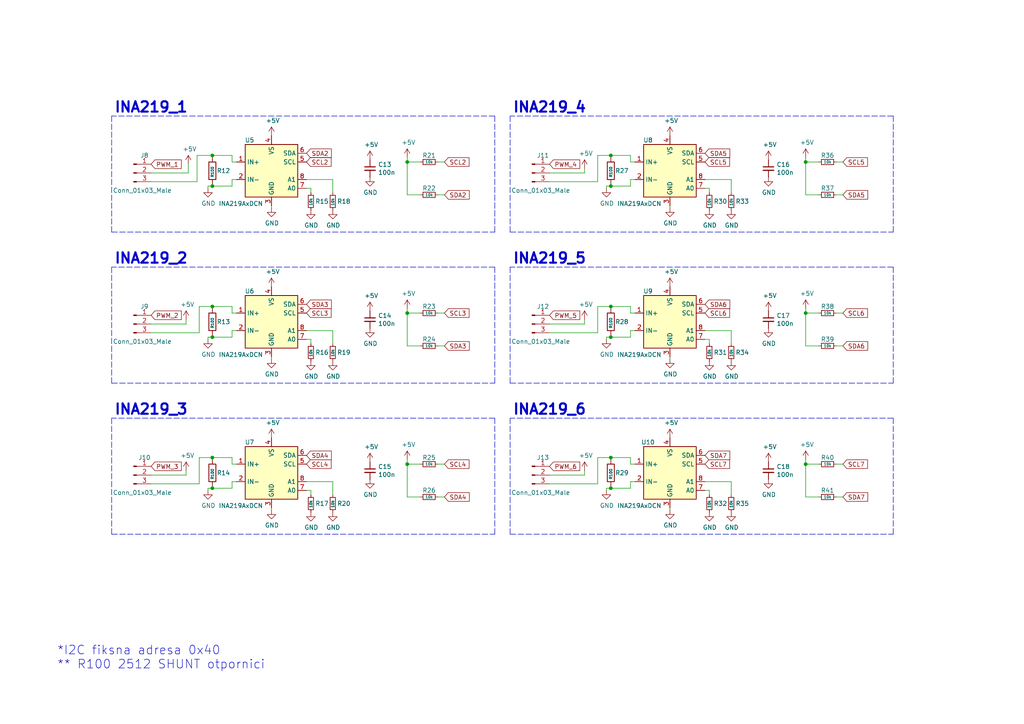
<source format=kicad_sch>
(kicad_sch (version 20211123) (generator eeschema)
  (paper "A4")
  (title_block (title "Robotska ruka") (date "2022-02-09") (rev "1") (company "TVZ"))
  (lib_symbols
    (symbol "Analog_ADC:INA219AxDCN"
      (property "Reference" "U" (at -6.35 8.89 0))
      (property "Value" "INA219AxDCN" (at 6.35 8.89 0))
      (symbol "INA219AxDCN_0_1"
        (rectangle (start -7.62 7.62) (end 7.62 -7.62) (stroke (width 0.254)) (fill (type background)))
      )
      (symbol "INA219AxDCN_1_1"
        (pin input line (at -10.16 2.54 0) (length 2.54) (name "IN+") (number "1"))
        (pin input line (at -10.16 -2.54 0) (length 2.54) (name "IN-") (number "2"))
        (pin power_in line (at 0 -10.16 90) (length 2.54) (name "GND") (number "3"))
        (pin power_in line (at 0 10.16 270) (length 2.54) (name "VS") (number "4"))
        (pin input line (at 10.16 2.54 180) (length 2.54) (name "SCL") (number "5"))
        (pin bidirectional line (at 10.16 5.08 180) (length 2.54) (name "SDA") (number "6"))
        (pin input line (at 10.16 -5.08 180) (length 2.54) (name "A0") (number "7"))
        (pin input line (at 10.16 -2.54 180) (length 2.54) (name "A1") (number "8"))
      )
    )
    (symbol "Connector:Conn_01x03_Male" (pin_names (offset 1.016) hide)
      (property "Reference" "J" (at 0 5.08 0))
      (property "Value" "Conn_01x03_Male" (at 0 -5.08 0))
      (symbol "Conn_01x03_Male_1_1"
        (polyline (pts (xy 1.27 -2.54) (xy 0.8636 -2.54)) (stroke (width 0.1524)))
        (polyline (pts (xy 1.27 0) (xy 0.8636 0)) (stroke (width 0.1524)))
        (polyline (pts (xy 1.27 2.54) (xy 0.8636 2.54)) (stroke (width 0.1524)))
        (rectangle (start 0.8636 -2.413) (end 0 -2.667) (stroke (width 0.1524)) (fill (type outline)))
        (rectangle (start 0.8636 0.127) (end 0 -0.127) (stroke (width 0.1524)) (fill (type outline)))
        (rectangle (start 0.8636 2.667) (end 0 2.413) (stroke (width 0.1524)) (fill (type outline)))
        (pin passive line (at 5.08 2.54 180) (length 3.81) (name "Pin_1") (number "1"))
        (pin passive line (at 5.08 0 180) (length 3.81) (name "Pin_2") (number "2"))
        (pin passive line (at 5.08 -2.54 180) (length 3.81) (name "Pin_3") (number "3"))
      )
    )
    (symbol "Device:C_Small" (pin_numbers hide) (pin_names (offset 0.254) hide)
      (property "Reference" "C" (at 0.254 1.778 0))
      (property "Value" "C_Small" (at 0.254 -2.032 0))
      (symbol "C_Small_0_1"
        (polyline (pts (xy -1.524 -0.508) (xy 1.524 -0.508)) (stroke (width 0.3302)))
        (polyline (pts (xy -1.524 0.508) (xy 1.524 0.508)) (stroke (width 0.3048)))
      )
      (symbol "C_Small_1_1"
        (pin passive line (at 0 2.54 270) (length 2.032) (name "~") (number "1"))
        (pin passive line (at 0 -2.54 90) (length 2.032) (name "~") (number "2"))
      )
    )
    (symbol "Device:R" (pin_numbers hide) (pin_names (offset 0))
      (property "Reference" "R" (at 2.032 0 90))
      (property "Value" "R" (at 0 0 90))
      (symbol "R_0_1"
        (rectangle (start -1.016 -2.54) (end 1.016 2.54) (stroke (width 0.254)))
      )
      (symbol "R_1_1"
        (pin passive line (at 0 3.81 270) (length 1.27) (name "~") (number "1"))
        (pin passive line (at 0 -3.81 90) (length 1.27) (name "~") (number "2"))
      )
    )
    (symbol "Device:R_Small" (pin_numbers hide) (pin_names (offset 0.254) hide)
      (property "Reference" "R" (at 0.762 0.508 0))
      (property "Value" "R_Small" (at 0.762 -1.016 0))
      (symbol "R_Small_0_1"
        (rectangle (start -0.762 1.778) (end 0.762 -1.778) (stroke (width 0.2032)))
      )
      (symbol "R_Small_1_1"
        (pin passive line (at 0 2.54 270) (length 0.762) (name "~") (number "1"))
        (pin passive line (at 0 -2.54 90) (length 0.762) (name "~") (number "2"))
      )
    )
    (symbol "power:+5V" (power) (pin_names (offset 0))
      (property "Value" "+5V" (at 0 3.556 0))
      (symbol "+5V_0_1"
        (polyline (pts (xy -0.762 1.27) (xy 0 2.54)))
        (polyline (pts (xy 0 0) (xy 0 2.54)))
        (polyline (pts (xy 0 2.54) (xy 0.762 1.27)))
      )
      (symbol "+5V_1_1"
        (pin power_in line (at 0 0 90) (length 0) hide (name "+5V") (number "1"))
      )
    )
    (symbol "power:GND" (power) (pin_names (offset 0))
      (property "Value" "GND" (at 0 -3.81 0))
      (symbol "GND_0_1"
        (polyline (pts (xy 0 0) (xy 0 -1.27) (xy 1.27 -1.27) (xy 0 -2.54) (xy -1.27 -1.27) (xy 0 -1.27)))
      )
      (symbol "GND_1_1"
        (pin power_in line (at 0 0 270) (length 0) hide (name "GND") (number "1"))
      )
    )
  )
  (junction (at 61.595 141.605))
  (junction (at 177.165 45.085))
  (junction (at 61.595 45.085))
  (junction (at 61.595 97.79))
  (junction (at 233.68 46.99))
  (junction (at 177.165 97.79))
  (junction (at 118.11 90.805))
  (junction (at 61.595 88.9))
  (junction (at 177.165 141.605))
  (junction (at 61.595 53.975))
  (junction (at 118.11 134.62))
  (junction (at 177.165 132.715))
  (junction (at 177.165 88.9))
  (junction (at 177.165 53.975))
  (junction (at 61.595 132.715))
  (junction (at 233.68 134.62))
  (junction (at 118.11 46.99))
  (junction (at 233.68 90.805))
  (wire (pts (xy 61.595 97.79) (xy 67.31 97.79)))
  (wire (pts (xy 242.57 100.33) (xy 244.475 100.33)))
  (wire (pts (xy 175.895 141.605) (xy 177.165 141.605)))
  (wire (pts (xy 118.11 90.805) (xy 121.92 90.805)))
  (wire (pts (xy 173.355 45.085) (xy 177.165 45.085)))
  (wire (pts (xy 205.74 54.61) (xy 204.47 54.61)))
  (wire (pts (xy 96.52 55.88) (xy 96.52 52.07)))
  (wire (pts (xy 177.165 97.155) (xy 177.165 97.79)))
  (wire (pts (xy 205.74 98.425) (xy 204.47 98.425)))
  (wire (pts (xy 212.09 139.7) (xy 204.47 139.7)))
  (wire (pts (xy 127 46.99) (xy 128.905 46.99)))
  (wire (pts (xy 60.325 141.605) (xy 61.595 141.605)))
  (wire (pts (xy 67.31 95.885) (xy 68.58 95.885)))
  (wire (pts (xy 182.88 52.07) (xy 184.15 52.07)))
  (wire (pts (xy 205.74 55.88) (xy 205.74 54.61)))
  (wire (pts (xy 57.785 88.9) (xy 57.785 96.52)))
  (wire (pts (xy 96.52 95.885) (xy 88.9 95.885)))
  (wire (pts (xy 212.09 99.695) (xy 212.09 95.885)))
  (wire (pts (xy 184.15 90.805) (xy 182.88 90.805)))
  (wire (pts (xy 57.785 132.715) (xy 57.785 140.335)))
  (wire (pts (xy 177.165 88.9) (xy 182.88 88.9)))
  (wire (pts (xy 60.325 54.61) (xy 60.325 53.975)))
  (wire (pts (xy 212.09 95.885) (xy 204.47 95.885)))
  (wire (pts (xy 233.68 56.515) (xy 233.68 46.99)))
  (wire (pts (xy 118.11 89.535) (xy 118.11 90.805)))
  (wire (pts (xy 177.165 45.085) (xy 182.88 45.085)))
  (wire (pts (xy 90.17 55.88) (xy 90.17 54.61)))
  (wire (pts (xy 57.15 52.705) (xy 57.15 45.085)))
  (wire (pts (xy 53.975 92.71) (xy 53.975 93.98)))
  (wire (pts (xy 61.595 53.34) (xy 61.595 53.975)))
  (wire (pts (xy 173.355 45.085) (xy 173.355 52.705)))
  (wire (pts (xy 194.31 60.325) (xy 194.31 59.69)))
  (wire (pts (xy 61.595 45.72) (xy 61.595 45.085)))
  (wire (pts (xy 61.595 132.715) (xy 67.31 132.715)))
  (wire (pts (xy 127 144.145) (xy 128.905 144.145)))
  (wire (pts (xy 173.355 132.715) (xy 173.355 140.335)))
  (wire (pts (xy 233.68 100.33) (xy 233.68 90.805)))
  (wire (pts (xy 90.17 98.425) (xy 88.9 98.425)))
  (wire (pts (xy 242.57 46.99) (xy 244.475 46.99)))
  (wire (pts (xy 118.11 100.33) (xy 118.11 90.805)))
  (wire (pts (xy 173.355 140.335) (xy 159.385 140.335)))
  (wire (pts (xy 53.975 93.98) (xy 43.815 93.98)))
  (wire (pts (xy 96.52 52.07) (xy 88.9 52.07)))
  (wire (pts (xy 118.11 134.62) (xy 121.92 134.62)))
  (wire (pts (xy 173.355 52.705) (xy 159.385 52.705)))
  (wire (pts (xy 60.325 97.79) (xy 61.595 97.79)))
  (wire (pts (xy 233.68 45.72) (xy 233.68 46.99)))
  (wire (pts (xy 169.545 50.165) (xy 159.385 50.165)))
  (wire (pts (xy 177.165 140.97) (xy 177.165 141.605)))
  (wire (pts (xy 53.975 136.525) (xy 53.975 137.795)))
  (wire (pts (xy 177.165 97.79) (xy 182.88 97.79)))
  (wire (pts (xy 118.11 133.35) (xy 118.11 134.62)))
  (polyline (pts (xy 147.955 121.285) (xy 147.955 154.94)))
  (polyline (pts (xy 259.08 111.125) (xy 259.08 77.47)))
  (wire (pts (xy 173.355 132.715) (xy 177.165 132.715)))
  (polyline (pts (xy 143.51 77.47) (xy 32.385 77.47)))
  (wire (pts (xy 169.545 93.98) (xy 159.385 93.98)))
  (wire (pts (xy 173.355 96.52) (xy 159.385 96.52)))
  (wire (pts (xy 194.31 147.955) (xy 194.31 147.32)))
  (wire (pts (xy 177.165 45.72) (xy 177.165 45.085)))
  (wire (pts (xy 78.74 147.955) (xy 78.74 147.32)))
  (wire (pts (xy 182.88 139.7) (xy 184.15 139.7)))
  (wire (pts (xy 169.545 136.525) (xy 169.545 137.795)))
  (wire (pts (xy 118.11 100.33) (xy 121.92 100.33)))
  (wire (pts (xy 242.57 56.515) (xy 244.475 56.515)))
  (wire (pts (xy 90.17 143.51) (xy 90.17 142.24)))
  (wire (pts (xy 175.895 53.975) (xy 177.165 53.975)))
  (wire (pts (xy 67.31 139.7) (xy 68.58 139.7)))
  (wire (pts (xy 57.15 45.085) (xy 61.595 45.085)))
  (wire (pts (xy 184.15 134.62) (xy 182.88 134.62)))
  (polyline (pts (xy 143.51 67.31) (xy 143.51 33.655)))
  (wire (pts (xy 242.57 134.62) (xy 244.475 134.62)))
  (polyline (pts (xy 143.51 33.655) (xy 32.385 33.655)))
  (wire (pts (xy 233.68 144.145) (xy 233.68 134.62)))
  (wire (pts (xy 60.325 98.425) (xy 60.325 97.79)))
  (wire (pts (xy 61.595 88.9) (xy 67.31 88.9)))
  (wire (pts (xy 177.165 89.535) (xy 177.165 88.9)))
  (polyline (pts (xy 143.51 111.125) (xy 143.51 77.47)))
  (polyline (pts (xy 147.955 111.125) (xy 259.08 111.125)))
  (wire (pts (xy 61.595 141.605) (xy 67.31 141.605)))
  (wire (pts (xy 67.31 46.99) (xy 67.31 45.085)))
  (wire (pts (xy 233.68 144.145) (xy 237.49 144.145)))
  (polyline (pts (xy 32.385 121.285) (xy 32.385 154.94)))
  (wire (pts (xy 118.11 56.515) (xy 118.11 46.99)))
  (wire (pts (xy 67.31 141.605) (xy 67.31 139.7)))
  (polyline (pts (xy 143.51 121.285) (xy 32.385 121.285)))
  (polyline (pts (xy 259.08 121.285) (xy 147.955 121.285)))
  (polyline (pts (xy 147.955 33.655) (xy 147.955 67.31)))
  (wire (pts (xy 184.15 46.99) (xy 182.88 46.99)))
  (wire (pts (xy 127 100.33) (xy 128.905 100.33)))
  (wire (pts (xy 182.88 97.79) (xy 182.88 95.885)))
  (wire (pts (xy 118.11 56.515) (xy 121.92 56.515)))
  (wire (pts (xy 212.09 55.88) (xy 212.09 52.07)))
  (wire (pts (xy 43.815 50.165) (xy 54.61 50.165)))
  (wire (pts (xy 205.74 143.51) (xy 205.74 142.24)))
  (wire (pts (xy 60.325 142.24) (xy 60.325 141.605)))
  (wire (pts (xy 182.88 134.62) (xy 182.88 132.715)))
  (polyline (pts (xy 32.385 111.125) (xy 143.51 111.125)))
  (wire (pts (xy 175.895 97.79) (xy 177.165 97.79)))
  (wire (pts (xy 177.165 53.34) (xy 177.165 53.975)))
  (wire (pts (xy 57.785 96.52) (xy 43.815 96.52)))
  (wire (pts (xy 212.09 52.07) (xy 204.47 52.07)))
  (wire (pts (xy 233.68 56.515) (xy 237.49 56.515)))
  (wire (pts (xy 68.58 46.99) (xy 67.31 46.99)))
  (wire (pts (xy 169.545 137.795) (xy 159.385 137.795)))
  (polyline (pts (xy 259.08 67.31) (xy 259.08 33.655)))
  (wire (pts (xy 177.165 141.605) (xy 182.88 141.605)))
  (wire (pts (xy 233.68 100.33) (xy 237.49 100.33)))
  (wire (pts (xy 57.785 140.335) (xy 43.815 140.335)))
  (wire (pts (xy 182.88 141.605) (xy 182.88 139.7)))
  (polyline (pts (xy 259.08 77.47) (xy 147.955 77.47)))
  (wire (pts (xy 169.545 92.71) (xy 169.545 93.98)))
  (wire (pts (xy 61.595 89.535) (xy 61.595 88.9)))
  (wire (pts (xy 118.11 144.145) (xy 121.92 144.145)))
  (wire (pts (xy 177.165 132.715) (xy 182.88 132.715)))
  (polyline (pts (xy 32.385 154.94) (xy 143.51 154.94)))
  (wire (pts (xy 54.61 50.165) (xy 54.61 47.625)))
  (wire (pts (xy 233.68 133.35) (xy 233.68 134.62)))
  (wire (pts (xy 194.31 104.14) (xy 194.31 103.505)))
  (wire (pts (xy 68.58 134.62) (xy 67.31 134.62)))
  (polyline (pts (xy 32.385 33.655) (xy 32.385 67.31)))
  (wire (pts (xy 205.74 142.24) (xy 204.47 142.24)))
  (wire (pts (xy 127 90.805) (xy 128.905 90.805)))
  (wire (pts (xy 90.17 99.695) (xy 90.17 98.425)))
  (wire (pts (xy 67.31 52.07) (xy 68.58 52.07)))
  (wire (pts (xy 233.68 134.62) (xy 237.49 134.62)))
  (wire (pts (xy 177.165 53.975) (xy 182.88 53.975)))
  (wire (pts (xy 118.11 46.99) (xy 121.92 46.99)))
  (polyline (pts (xy 259.08 33.655) (xy 147.955 33.655)))
  (wire (pts (xy 233.68 89.535) (xy 233.68 90.805)))
  (wire (pts (xy 60.325 53.975) (xy 61.595 53.975)))
  (wire (pts (xy 175.895 142.24) (xy 175.895 141.605)))
  (wire (pts (xy 175.895 54.61) (xy 175.895 53.975)))
  (polyline (pts (xy 147.955 154.94) (xy 259.08 154.94)))
  (polyline (pts (xy 259.08 154.94) (xy 259.08 121.285)))
  (wire (pts (xy 127 134.62) (xy 128.905 134.62)))
  (wire (pts (xy 67.31 134.62) (xy 67.31 132.715)))
  (polyline (pts (xy 147.955 67.31) (xy 259.08 67.31)))
  (wire (pts (xy 67.31 97.79) (xy 67.31 95.885)))
  (wire (pts (xy 90.17 142.24) (xy 88.9 142.24)))
  (wire (pts (xy 182.88 95.885) (xy 184.15 95.885)))
  (wire (pts (xy 90.17 54.61) (xy 88.9 54.61)))
  (wire (pts (xy 67.31 90.805) (xy 67.31 88.9)))
  (wire (pts (xy 61.595 133.35) (xy 61.595 132.715)))
  (wire (pts (xy 205.74 99.695) (xy 205.74 98.425)))
  (wire (pts (xy 182.88 46.99) (xy 182.88 45.085)))
  (wire (pts (xy 68.58 90.805) (xy 67.31 90.805)))
  (wire (pts (xy 175.895 98.425) (xy 175.895 97.79)))
  (wire (pts (xy 96.52 139.7) (xy 88.9 139.7)))
  (wire (pts (xy 173.355 88.9) (xy 173.355 96.52)))
  (wire (pts (xy 182.88 90.805) (xy 182.88 88.9)))
  (wire (pts (xy 127 56.515) (xy 128.905 56.515)))
  (polyline (pts (xy 32.385 67.31) (xy 143.51 67.31)))
  (wire (pts (xy 242.57 144.145) (xy 244.475 144.145)))
  (wire (pts (xy 212.09 143.51) (xy 212.09 139.7)))
  (wire (pts (xy 61.595 45.085) (xy 67.31 45.085)))
  (wire (pts (xy 43.815 52.705) (xy 57.15 52.705)))
  (polyline (pts (xy 143.51 154.94) (xy 143.51 121.285)))
  (wire (pts (xy 96.52 99.695) (xy 96.52 95.885)))
  (polyline (pts (xy 147.955 77.47) (xy 147.955 111.125)))
  (wire (pts (xy 61.595 140.97) (xy 61.595 141.605)))
  (wire (pts (xy 169.545 48.895) (xy 169.545 50.165)))
  (wire (pts (xy 78.74 104.14) (xy 78.74 103.505)))
  (wire (pts (xy 96.52 143.51) (xy 96.52 139.7)))
  (polyline (pts (xy 32.385 77.47) (xy 32.385 111.125)))
  (wire (pts (xy 118.11 144.145) (xy 118.11 134.62)))
  (wire (pts (xy 53.975 137.795) (xy 43.815 137.795)))
  (wire (pts (xy 233.68 90.805) (xy 237.49 90.805)))
  (wire (pts (xy 118.11 45.72) (xy 118.11 46.99)))
  (wire (pts (xy 233.68 46.99) (xy 237.49 46.99)))
  (wire (pts (xy 182.88 53.975) (xy 182.88 52.07)))
  (wire (pts (xy 173.355 88.9) (xy 177.165 88.9)))
  (wire (pts (xy 78.74 60.325) (xy 78.74 59.69)))
  (wire (pts (xy 61.595 53.975) (xy 67.31 53.975)))
  (wire (pts (xy 67.31 53.975) (xy 67.31 52.07)))
  (wire (pts (xy 61.595 97.155) (xy 61.595 97.79)))
  (wire (pts (xy 242.57 90.805) (xy 244.475 90.805)))
  (wire (pts (xy 57.785 132.715) (xy 61.595 132.715)))
  (wire (pts (xy 177.165 133.35) (xy 177.165 132.715)))
  (wire (pts (xy 57.785 88.9) (xy 61.595 88.9)))
  (text "INA219_1" (at 33.02 33.02 0) (effects (font (size 3 3) (thickness 0.6) bold) (justify left bottom)))
  (text "INA219_5" (at 148.59 76.835 0) (effects (font (size 3 3) (thickness 0.6) bold) (justify left bottom)))
  (text "*I2C fiksna adresa 0x40\n** R100 2512 SHUNT otpornici" (at 16.51 194.31 0) (effects (font (size 2.54 2.54)) (justify left bottom)))
  (text "INA219_2" (at 33.02 76.835 0) (effects (font (size 3 3) (thickness 0.6) bold) (justify left bottom)))
  (text "INA219_6" (at 148.59 120.65 0) (effects (font (size 3 3) (thickness 0.6) bold) (justify left bottom)))
  (text "INA219_4" (at 148.59 33.02 0) (effects (font (size 3 3) (thickness 0.6) bold) (justify left bottom)))
  (text "INA219_3" (at 33.02 120.65 0) (effects (font (size 3 3) (thickness 0.6) bold) (justify left bottom)))
  (global_label "PWM_3" (shape input) (at 43.815 135.255 0) (property "Intersheet References" "${INTERSHEET_REFS}" (effects hide)))
  (global_label "SCL5" (shape input) (at 244.475 46.99 0) (property "Intersheet References" "${INTERSHEET_REFS}" (effects hide)))
  (global_label "SDA2" (shape input) (at 128.905 56.515 0) (property "Intersheet References" "${INTERSHEET_REFS}" (effects hide)))
  (global_label "PWM_4" (shape input) (at 159.385 47.625 0) (property "Intersheet References" "${INTERSHEET_REFS}" (effects hide)))
  (global_label "SDA6" (shape input) (at 204.47 88.265 0) (property "Intersheet References" "${INTERSHEET_REFS}" (effects hide)))
  (global_label "SCL5" (shape input) (at 204.47 46.99 0) (property "Intersheet References" "${INTERSHEET_REFS}" (effects hide)))
  (global_label "SDA7" (shape input) (at 204.47 132.08 0) (property "Intersheet References" "${INTERSHEET_REFS}" (effects hide)))
  (global_label "PWM_6" (shape input) (at 159.385 135.255 0) (property "Intersheet References" "${INTERSHEET_REFS}" (effects hide)))
  (global_label "SDA3" (shape input) (at 88.9 88.265 0) (property "Intersheet References" "${INTERSHEET_REFS}" (effects hide)))
  (global_label "SCL7" (shape input) (at 244.475 134.62 0) (property "Intersheet References" "${INTERSHEET_REFS}" (effects hide)))
  (global_label "SCL6" (shape input) (at 244.475 90.805 0) (property "Intersheet References" "${INTERSHEET_REFS}" (effects hide)))
  (global_label "SCL2" (shape input) (at 128.905 46.99 0) (property "Intersheet References" "${INTERSHEET_REFS}" (effects hide)))
  (global_label "PWM_2" (shape input) (at 43.815 91.44 0) (property "Intersheet References" "${INTERSHEET_REFS}" (effects hide)))
  (global_label "SDA5" (shape input) (at 204.47 44.45 0) (property "Intersheet References" "${INTERSHEET_REFS}" (effects hide)))
  (global_label "SCL7" (shape input) (at 204.47 134.62 0) (property "Intersheet References" "${INTERSHEET_REFS}" (effects hide)))
  (global_label "SDA2" (shape input) (at 88.9 44.45 0) (property "Intersheet References" "${INTERSHEET_REFS}" (effects hide)))
  (global_label "SDA5" (shape input) (at 244.475 56.515 0) (property "Intersheet References" "${INTERSHEET_REFS}" (effects hide)))
  (global_label "SCL2" (shape input) (at 88.9 46.99 0) (property "Intersheet References" "${INTERSHEET_REFS}" (effects hide)))
  (global_label "PWM_1" (shape input) (at 43.815 47.625 0) (property "Intersheet References" "${INTERSHEET_REFS}" (effects hide)))
  (global_label "SDA3" (shape input) (at 128.905 100.33 0) (property "Intersheet References" "${INTERSHEET_REFS}" (effects hide)))
  (global_label "PWM_5" (shape input) (at 159.385 91.44 0) (property "Intersheet References" "${INTERSHEET_REFS}" (effects hide)))
  (global_label "SDA4" (shape input) (at 88.9 132.08 0) (property "Intersheet References" "${INTERSHEET_REFS}" (effects hide)))
  (global_label "SCL4" (shape input) (at 128.905 134.62 0) (property "Intersheet References" "${INTERSHEET_REFS}" (effects hide)))
  (global_label "SCL6" (shape input) (at 204.47 90.805 0) (property "Intersheet References" "${INTERSHEET_REFS}" (effects hide)))
  (global_label "SCL3" (shape input) (at 128.905 90.805 0) (property "Intersheet References" "${INTERSHEET_REFS}" (effects hide)))
  (global_label "SDA6" (shape input) (at 244.475 100.33 0) (property "Intersheet References" "${INTERSHEET_REFS}" (effects hide)))
  (global_label "SCL4" (shape input) (at 88.9 134.62 0) (property "Intersheet References" "${INTERSHEET_REFS}" (effects hide)))
  (global_label "SDA7" (shape input) (at 244.475 144.145 0) (property "Intersheet References" "${INTERSHEET_REFS}" (effects hide)))
  (global_label "SCL3" (shape input) (at 88.9 90.805 0) (property "Intersheet References" "${INTERSHEET_REFS}" (effects hide)))
  (global_label "SDA4" (shape input) (at 128.905 144.145 0) (property "Intersheet References" "${INTERSHEET_REFS}" (effects hide)))
  (symbol (lib_id "Analog_ADC:INA219AxDCN") (at 78.74 49.53 0) (unit 1)
    (property "Reference" "U5" (at 72.39 40.64 0))
    (property "Value" "INA219AxDCN" (at 69.85 59.055 0))
    (property "Footprint" "Package_TO_SOT_SMD:SOT-23-8" (effects hide))
    (property "Datasheet" "http://www.ti.com/lit/ds/symlink/ina219.pdf" (effects hide))
  )
  (symbol (lib_id "power:GND") (at 78.74 60.325 0) (unit 1)
    (property "Reference" "#PWR040" (effects hide))
    (property "Value" "GND" (at 78.867 64.7192 0))
  )
  (symbol (lib_id "Device:R_Small") (at 90.17 58.42 0) (unit 1)
    (property "Reference" "R15" (at 91.44 58.42 0) (effects (justify left)))
    (property "Value" "10k" (at 90.17 59.69 90) (effects (font (size 0.7874 0.7874)) (justify left)))
    (property "Footprint" "Resistor_SMD:R_0805_2012Metric" (effects hide))
  )
  (symbol (lib_id "Device:R_Small") (at 96.52 58.42 0) (unit 1)
    (property "Reference" "R18" (at 97.79 58.42 0) (effects (justify left)))
    (property "Value" "10k" (at 96.52 59.69 90) (effects (font (size 0.7874 0.7874)) (justify left)))
    (property "Footprint" "Resistor_SMD:R_0805_2012Metric" (effects hide))
  )
  (symbol (lib_id "power:GND") (at 90.17 60.96 0) (unit 1)
    (property "Reference" "#PWR045" (effects hide))
    (property "Value" "GND" (at 90.297 65.3542 0))
  )
  (symbol (lib_id "power:GND") (at 96.52 60.96 0) (unit 1)
    (property "Reference" "#PWR048" (effects hide))
    (property "Value" "GND" (at 96.647 65.3542 0))
  )
  (symbol (lib_id "power:+5V") (at 78.74 39.37 0) (unit 1)
    (property "Reference" "#PWR039" (effects hide))
    (property "Value" "+5V" (at 79.121 34.9758 0))
  )
  (symbol (lib_id "Device:C_Small") (at 107.315 48.895 0) (unit 1)
    (property "Reference" "C13" (at 109.6518 47.7266 0) (effects (justify left)))
    (property "Value" "100n" (at 109.6518 50.038 0) (effects (justify left)))
    (property "Footprint" "Capacitor_SMD:C_0805_2012Metric" (effects hide))
  )
  (symbol (lib_id "power:+5V") (at 107.315 46.355 0) (unit 1)
    (property "Reference" "#PWR051" (effects hide))
    (property "Value" "+5V" (at 107.696 41.9608 0))
  )
  (symbol (lib_id "power:GND") (at 107.315 51.435 0) (unit 1)
    (property "Reference" "#PWR052" (effects hide))
    (property "Value" "GND" (at 107.442 55.8292 0))
  )
  (symbol (lib_id "Device:R") (at 61.595 49.53 0) (unit 1)
    (property "Reference" "R12" (at 62.865 49.53 0) (effects (justify left)))
    (property "Value" "R100" (at 61.595 51.435 90) (effects (font (size 0.7874 0.7874)) (justify left)))
    (property "Footprint" "Resistor_SMD:R_2512_6332Metric" (effects hide))
  )
  (symbol (lib_id "Connector:Conn_01x03_Male") (at 38.735 50.165 0) (unit 1)
    (property "Reference" "J8" (at 41.91 45.085 0))
    (property "Value" "Conn_01x03_Male" (at 41.275 55.245 0))
    (property "Footprint" "Connector_PinHeader_2.54mm:PinHeader_1x03_P2.54mm_Horizontal" (effects hide))
  )
  (symbol (lib_id "power:+5V") (at 118.11 45.72 0) (unit 1)
    (property "Reference" "#PWR057" (effects hide))
    (property "Value" "+5V" (at 118.491 41.3258 0))
  )
  (symbol (lib_id "Device:R_Small") (at 124.46 46.99 90) (unit 1)
    (property "Reference" "R21" (at 124.46 45.085 90))
    (property "Value" "10k" (at 124.46 46.99 90) (effects (font (size 0.7874 0.7874))))
    (property "Footprint" "Resistor_SMD:R_0805_2012Metric" (effects hide))
  )
  (symbol (lib_id "Device:R_Small") (at 124.46 56.515 90) (unit 1)
    (property "Reference" "R22" (at 124.46 54.61 90))
    (property "Value" "10k" (at 124.46 56.515 90) (effects (font (size 0.7874 0.7874))))
    (property "Footprint" "Resistor_SMD:R_0805_2012Metric" (effects hide))
  )
  (symbol (lib_id "power:+5V") (at 54.61 47.625 0) (unit 1)
    (property "Reference" "#PWR033" (effects hide))
    (property "Value" "+5V" (at 54.991 43.2308 0))
  )
  (symbol (lib_id "Analog_ADC:INA219AxDCN") (at 78.74 93.345 0) (unit 1)
    (property "Reference" "U6" (at 72.39 84.455 0))
    (property "Value" "INA219AxDCN" (at 69.85 102.87 0))
    (property "Footprint" "Package_TO_SOT_SMD:SOT-23-8" (effects hide))
    (property "Datasheet" "http://www.ti.com/lit/ds/symlink/ina219.pdf" (effects hide))
  )
  (symbol (lib_id "power:GND") (at 78.74 104.14 0) (unit 1)
    (property "Reference" "#PWR042" (effects hide))
    (property "Value" "GND" (at 78.867 108.5342 0))
  )
  (symbol (lib_id "Device:R_Small") (at 90.17 102.235 0) (unit 1)
    (property "Reference" "R16" (at 91.44 102.235 0) (effects (justify left)))
    (property "Value" "10k" (at 90.17 103.505 90) (effects (font (size 0.7874 0.7874)) (justify left)))
    (property "Footprint" "Resistor_SMD:R_0805_2012Metric" (effects hide))
  )
  (symbol (lib_id "Device:R_Small") (at 96.52 102.235 0) (unit 1)
    (property "Reference" "R19" (at 97.79 102.235 0) (effects (justify left)))
    (property "Value" "10k" (at 96.52 103.505 90) (effects (font (size 0.7874 0.7874)) (justify left)))
    (property "Footprint" "Resistor_SMD:R_0805_2012Metric" (effects hide))
  )
  (symbol (lib_id "power:GND") (at 90.17 104.775 0) (unit 1)
    (property "Reference" "#PWR046" (effects hide))
    (property "Value" "GND" (at 90.297 109.1692 0))
  )
  (symbol (lib_id "power:GND") (at 96.52 104.775 0) (unit 1)
    (property "Reference" "#PWR049" (effects hide))
    (property "Value" "GND" (at 96.647 109.1692 0))
  )
  (symbol (lib_id "power:+5V") (at 78.74 83.185 0) (unit 1)
    (property "Reference" "#PWR041" (effects hide))
    (property "Value" "+5V" (at 79.121 78.7908 0))
  )
  (symbol (lib_id "Device:C_Small") (at 107.315 92.71 0) (unit 1)
    (property "Reference" "C14" (at 109.6518 91.5416 0) (effects (justify left)))
    (property "Value" "100n" (at 109.6518 93.853 0) (effects (justify left)))
    (property "Footprint" "Capacitor_SMD:C_0805_2012Metric" (effects hide))
  )
  (symbol (lib_id "power:+5V") (at 107.315 90.17 0) (unit 1)
    (property "Reference" "#PWR053" (effects hide))
    (property "Value" "+5V" (at 107.696 85.7758 0))
  )
  (symbol (lib_id "power:GND") (at 107.315 95.25 0) (unit 1)
    (property "Reference" "#PWR054" (effects hide))
    (property "Value" "GND" (at 107.442 99.6442 0))
  )
  (symbol (lib_id "Device:R") (at 61.595 93.345 0) (unit 1)
    (property "Reference" "R13" (at 62.865 93.345 0) (effects (justify left)))
    (property "Value" "R100" (at 61.595 95.25 90) (effects (font (size 0.7874 0.7874)) (justify left)))
    (property "Footprint" "Resistor_SMD:R_2512_6332Metric" (effects hide))
  )
  (symbol (lib_id "Connector:Conn_01x03_Male") (at 38.735 93.98 0) (unit 1)
    (property "Reference" "J9" (at 41.91 88.9 0))
    (property "Value" "Conn_01x03_Male" (at 41.275 99.06 0))
    (property "Footprint" "Connector_PinHeader_2.54mm:PinHeader_1x03_P2.54mm_Horizontal" (effects hide))
  )
  (symbol (lib_id "power:+5V") (at 118.11 89.535 0) (unit 1)
    (property "Reference" "#PWR058" (effects hide))
    (property "Value" "+5V" (at 118.491 85.1408 0))
  )
  (symbol (lib_id "Device:R_Small") (at 124.46 90.805 90) (unit 1)
    (property "Reference" "R23" (at 124.46 88.9 90))
    (property "Value" "10k" (at 124.46 90.805 90) (effects (font (size 0.7874 0.7874))))
    (property "Footprint" "Resistor_SMD:R_0805_2012Metric" (effects hide))
  )
  (symbol (lib_id "Device:R_Small") (at 124.46 100.33 90) (unit 1)
    (property "Reference" "R24" (at 124.46 98.425 90))
    (property "Value" "10k" (at 124.46 100.33 90) (effects (font (size 0.7874 0.7874))))
    (property "Footprint" "Resistor_SMD:R_0805_2012Metric" (effects hide))
  )
  (symbol (lib_id "power:GND") (at 60.325 98.425 0) (unit 1)
    (property "Reference" "#PWR037" (effects hide))
    (property "Value" "GND" (at 60.452 102.8192 0))
  )
  (symbol (lib_id "power:+5V") (at 53.975 92.71 0) (unit 1)
    (property "Reference" "#PWR034" (effects hide))
    (property "Value" "+5V" (at 54.356 88.3158 0))
  )
  (symbol (lib_id "Analog_ADC:INA219AxDCN") (at 78.74 137.16 0) (unit 1)
    (property "Reference" "U7" (at 72.39 128.27 0))
    (property "Value" "INA219AxDCN" (at 69.85 146.685 0))
    (property "Footprint" "Package_TO_SOT_SMD:SOT-23-8" (effects hide))
    (property "Datasheet" "http://www.ti.com/lit/ds/symlink/ina219.pdf" (effects hide))
  )
  (symbol (lib_id "power:GND") (at 78.74 147.955 0) (unit 1)
    (property "Reference" "#PWR044" (effects hide))
    (property "Value" "GND" (at 78.867 152.3492 0))
  )
  (symbol (lib_id "Device:R_Small") (at 90.17 146.05 0) (unit 1)
    (property "Reference" "R17" (at 91.44 146.05 0) (effects (justify left)))
    (property "Value" "10k" (at 90.17 147.32 90) (effects (font (size 0.7874 0.7874)) (justify left)))
    (property "Footprint" "Resistor_SMD:R_0805_2012Metric" (effects hide))
  )
  (symbol (lib_id "Device:R_Small") (at 96.52 146.05 0) (unit 1)
    (property "Reference" "R20" (at 97.79 146.05 0) (effects (justify left)))
    (property "Value" "10k" (at 96.52 147.32 90) (effects (font (size 0.7874 0.7874)) (justify left)))
    (property "Footprint" "Resistor_SMD:R_0805_2012Metric" (effects hide))
  )
  (symbol (lib_id "power:GND") (at 90.17 148.59 0) (unit 1)
    (property "Reference" "#PWR047" (effects hide))
    (property "Value" "GND" (at 90.297 152.9842 0))
  )
  (symbol (lib_id "power:GND") (at 96.52 148.59 0) (unit 1)
    (property "Reference" "#PWR050" (effects hide))
    (property "Value" "GND" (at 96.647 152.9842 0))
  )
  (symbol (lib_id "power:+5V") (at 78.74 127 0) (unit 1)
    (property "Reference" "#PWR043" (effects hide))
    (property "Value" "+5V" (at 79.121 122.6058 0))
  )
  (symbol (lib_id "Device:C_Small") (at 107.315 136.525 0) (unit 1)
    (property "Reference" "C15" (at 109.6518 135.3566 0) (effects (justify left)))
    (property "Value" "100n" (at 109.6518 137.668 0) (effects (justify left)))
    (property "Footprint" "Capacitor_SMD:C_0805_2012Metric" (effects hide))
  )
  (symbol (lib_id "power:+5V") (at 107.315 133.985 0) (unit 1)
    (property "Reference" "#PWR055" (effects hide))
    (property "Value" "+5V" (at 107.696 129.5908 0))
  )
  (symbol (lib_id "power:GND") (at 107.315 139.065 0) (unit 1)
    (property "Reference" "#PWR056" (effects hide))
    (property "Value" "GND" (at 107.442 143.4592 0))
  )
  (symbol (lib_id "Device:R") (at 61.595 137.16 0) (unit 1)
    (property "Reference" "R14" (at 62.865 137.16 0) (effects (justify left)))
    (property "Value" "R100" (at 61.595 139.065 90) (effects (font (size 0.7874 0.7874)) (justify left)))
    (property "Footprint" "Resistor_SMD:R_2512_6332Metric" (effects hide))
  )
  (symbol (lib_id "Connector:Conn_01x03_Male") (at 38.735 137.795 0) (unit 1)
    (property "Reference" "J10" (at 41.91 132.715 0))
    (property "Value" "Conn_01x03_Male" (at 41.275 142.875 0))
    (property "Footprint" "Connector_PinHeader_2.54mm:PinHeader_1x03_P2.54mm_Horizontal" (effects hide))
  )
  (symbol (lib_id "power:+5V") (at 118.11 133.35 0) (unit 1)
    (property "Reference" "#PWR059" (effects hide))
    (property "Value" "+5V" (at 118.491 128.9558 0))
  )
  (symbol (lib_id "Device:R_Small") (at 124.46 134.62 90) (unit 1)
    (property "Reference" "R25" (at 124.46 132.715 90))
    (property "Value" "10k" (at 124.46 134.62 90) (effects (font (size 0.7874 0.7874))))
    (property "Footprint" "Resistor_SMD:R_0805_2012Metric" (effects hide))
  )
  (symbol (lib_id "Device:R_Small") (at 124.46 144.145 90) (unit 1)
    (property "Reference" "R26" (at 124.46 142.24 90))
    (property "Value" "10k" (at 124.46 144.145 90) (effects (font (size 0.7874 0.7874))))
    (property "Footprint" "Resistor_SMD:R_0805_2012Metric" (effects hide))
  )
  (symbol (lib_id "power:GND") (at 60.325 142.24 0) (unit 1)
    (property "Reference" "#PWR038" (effects hide))
    (property "Value" "GND" (at 60.452 146.6342 0))
  )
  (symbol (lib_id "power:+5V") (at 53.975 136.525 0) (unit 1)
    (property "Reference" "#PWR035" (effects hide))
    (property "Value" "+5V" (at 54.356 132.1308 0))
  )
  (symbol (lib_id "Analog_ADC:INA219AxDCN") (at 194.31 49.53 0) (unit 1)
    (property "Reference" "U8" (at 187.96 40.64 0))
    (property "Value" "INA219AxDCN" (at 185.42 59.055 0))
    (property "Footprint" "Package_TO_SOT_SMD:SOT-23-8" (effects hide))
    (property "Datasheet" "http://www.ti.com/lit/ds/symlink/ina219.pdf" (effects hide))
  )
  (symbol (lib_id "power:GND") (at 194.31 60.325 0) (unit 1)
    (property "Reference" "#PWR067" (effects hide))
    (property "Value" "GND" (at 194.437 64.7192 0))
  )
  (symbol (lib_id "Device:R_Small") (at 205.74 58.42 0) (unit 1)
    (property "Reference" "R30" (at 207.01 58.42 0) (effects (justify left)))
    (property "Value" "10k" (at 205.74 59.69 90) (effects (font (size 0.7874 0.7874)) (justify left)))
    (property "Footprint" "Resistor_SMD:R_0805_2012Metric" (effects hide))
  )
  (symbol (lib_id "Device:R_Small") (at 212.09 58.42 0) (unit 1)
    (property "Reference" "R33" (at 213.36 58.42 0) (effects (justify left)))
    (property "Value" "10k" (at 212.09 59.69 90) (effects (font (size 0.7874 0.7874)) (justify left)))
    (property "Footprint" "Resistor_SMD:R_0805_2012Metric" (effects hide))
  )
  (symbol (lib_id "power:GND") (at 205.74 60.96 0) (unit 1)
    (property "Reference" "#PWR072" (effects hide))
    (property "Value" "GND" (at 205.867 65.3542 0))
  )
  (symbol (lib_id "power:GND") (at 212.09 60.96 0) (unit 1)
    (property "Reference" "#PWR075" (effects hide))
    (property "Value" "GND" (at 212.217 65.3542 0))
  )
  (symbol (lib_id "power:+5V") (at 194.31 39.37 0) (unit 1)
    (property "Reference" "#PWR066" (effects hide))
    (property "Value" "+5V" (at 194.691 34.9758 0))
  )
  (symbol (lib_id "Device:C_Small") (at 222.885 48.895 0) (unit 1)
    (property "Reference" "C16" (at 225.2218 47.7266 0) (effects (justify left)))
    (property "Value" "100n" (at 225.2218 50.038 0) (effects (justify left)))
    (property "Footprint" "Capacitor_SMD:C_0805_2012Metric" (effects hide))
  )
  (symbol (lib_id "power:+5V") (at 222.885 46.355 0) (unit 1)
    (property "Reference" "#PWR078" (effects hide))
    (property "Value" "+5V" (at 223.266 41.9608 0))
  )
  (symbol (lib_id "power:GND") (at 222.885 51.435 0) (unit 1)
    (property "Reference" "#PWR079" (effects hide))
    (property "Value" "GND" (at 223.012 55.8292 0))
  )
  (symbol (lib_id "Device:R") (at 177.165 49.53 0) (unit 1)
    (property "Reference" "R27" (at 178.435 49.53 0) (effects (justify left)))
    (property "Value" "R100" (at 177.165 51.435 90) (effects (font (size 0.7874 0.7874)) (justify left)))
    (property "Footprint" "Resistor_SMD:R_2512_6332Metric" (effects hide))
  )
  (symbol (lib_id "Connector:Conn_01x03_Male") (at 154.305 50.165 0) (unit 1)
    (property "Reference" "J11" (at 157.48 45.085 0))
    (property "Value" "Conn_01x03_Male" (at 156.845 55.245 0))
    (property "Footprint" "Connector_PinHeader_2.54mm:PinHeader_1x03_P2.54mm_Horizontal" (effects hide))
  )
  (symbol (lib_id "power:+5V") (at 233.68 45.72 0) (unit 1)
    (property "Reference" "#PWR084" (effects hide))
    (property "Value" "+5V" (at 234.061 41.3258 0))
  )
  (symbol (lib_id "Device:R_Small") (at 240.03 46.99 90) (unit 1)
    (property "Reference" "R36" (at 240.03 45.085 90))
    (property "Value" "10k" (at 240.03 46.99 90) (effects (font (size 0.7874 0.7874))))
    (property "Footprint" "Resistor_SMD:R_0805_2012Metric" (effects hide))
  )
  (symbol (lib_id "Device:R_Small") (at 240.03 56.515 90) (unit 1)
    (property "Reference" "R37" (at 240.03 54.61 90))
    (property "Value" "10k" (at 240.03 56.515 90) (effects (font (size 0.7874 0.7874))))
    (property "Footprint" "Resistor_SMD:R_0805_2012Metric" (effects hide))
  )
  (symbol (lib_id "power:GND") (at 175.895 54.61 0) (unit 1)
    (property "Reference" "#PWR063" (effects hide))
    (property "Value" "GND" (at 176.022 59.0042 0))
  )
  (symbol (lib_id "power:+5V") (at 169.545 48.895 0) (unit 1)
    (property "Reference" "#PWR060" (effects hide))
    (property "Value" "+5V" (at 169.926 44.5008 0))
  )
  (symbol (lib_id "Analog_ADC:INA219AxDCN") (at 194.31 93.345 0) (unit 1)
    (property "Reference" "U9" (at 187.96 84.455 0))
    (property "Value" "INA219AxDCN" (at 185.42 102.87 0))
    (property "Footprint" "Package_TO_SOT_SMD:SOT-23-8" (effects hide))
    (property "Datasheet" "http://www.ti.com/lit/ds/symlink/ina219.pdf" (effects hide))
  )
  (symbol (lib_id "power:GND") (at 194.31 104.14 0) (unit 1)
    (property "Reference" "#PWR069" (effects hide))
    (property "Value" "GND" (at 194.437 108.5342 0))
  )
  (symbol (lib_id "Device:R_Small") (at 205.74 102.235 0) (unit 1)
    (property "Reference" "R31" (at 207.01 102.235 0) (effects (justify left)))
    (property "Value" "10k" (at 205.74 103.505 90) (effects (font (size 0.7874 0.7874)) (justify left)))
    (property "Footprint" "Resistor_SMD:R_0805_2012Metric" (effects hide))
  )
  (symbol (lib_id "Device:R_Small") (at 212.09 102.235 0) (unit 1)
    (property "Reference" "R34" (at 213.36 102.235 0) (effects (justify left)))
    (property "Value" "10k" (at 212.09 103.505 90) (effects (font (size 0.7874 0.7874)) (justify left)))
    (property "Footprint" "Resistor_SMD:R_0805_2012Metric" (effects hide))
  )
  (symbol (lib_id "power:GND") (at 205.74 104.775 0) (unit 1)
    (property "Reference" "#PWR073" (effects hide))
    (property "Value" "GND" (at 205.867 109.1692 0))
  )
  (symbol (lib_id "power:GND") (at 212.09 104.775 0) (unit 1)
    (property "Reference" "#PWR076" (effects hide))
    (property "Value" "GND" (at 212.217 109.1692 0))
  )
  (symbol (lib_id "power:+5V") (at 194.31 83.185 0) (unit 1)
    (property "Reference" "#PWR068" (effects hide))
    (property "Value" "+5V" (at 194.691 78.7908 0))
  )
  (symbol (lib_id "Device:C_Small") (at 222.885 92.71 0) (unit 1)
    (property "Reference" "C17" (at 225.2218 91.5416 0) (effects (justify left)))
    (property "Value" "100n" (at 225.2218 93.853 0) (effects (justify left)))
    (property "Footprint" "Capacitor_SMD:C_0805_2012Metric" (effects hide))
  )
  (symbol (lib_id "power:+5V") (at 222.885 90.17 0) (unit 1)
    (property "Reference" "#PWR080" (effects hide))
    (property "Value" "+5V" (at 223.266 85.7758 0))
  )
  (symbol (lib_id "power:GND") (at 222.885 95.25 0) (unit 1)
    (property "Reference" "#PWR081" (effects hide))
    (property "Value" "GND" (at 223.012 99.6442 0))
  )
  (symbol (lib_id "Device:R") (at 177.165 93.345 0) (unit 1)
    (property "Reference" "R28" (at 178.435 93.345 0) (effects (justify left)))
    (property "Value" "R100" (at 177.165 95.25 90) (effects (font (size 0.7874 0.7874)) (justify left)))
    (property "Footprint" "Resistor_SMD:R_2512_6332Metric" (effects hide))
  )
  (symbol (lib_id "Connector:Conn_01x03_Male") (at 154.305 93.98 0) (unit 1)
    (property "Reference" "J12" (at 157.48 88.9 0))
    (property "Value" "Conn_01x03_Male" (at 156.845 99.06 0))
    (property "Footprint" "Connector_PinHeader_2.54mm:PinHeader_1x03_P2.54mm_Horizontal" (effects hide))
  )
  (symbol (lib_id "power:+5V") (at 233.68 89.535 0) (unit 1)
    (property "Reference" "#PWR085" (effects hide))
    (property "Value" "+5V" (at 234.061 85.1408 0))
  )
  (symbol (lib_id "Device:R_Small") (at 240.03 90.805 90) (unit 1)
    (property "Reference" "R38" (at 240.03 88.9 90))
    (property "Value" "10k" (at 240.03 90.805 90) (effects (font (size 0.7874 0.7874))))
    (property "Footprint" "Resistor_SMD:R_0805_2012Metric" (effects hide))
  )
  (symbol (lib_id "Device:R_Small") (at 240.03 100.33 90) (unit 1)
    (property "Reference" "R39" (at 240.03 98.425 90))
    (property "Value" "10k" (at 240.03 100.33 90) (effects (font (size 0.7874 0.7874))))
    (property "Footprint" "Resistor_SMD:R_0805_2012Metric" (effects hide))
  )
  (symbol (lib_id "power:GND") (at 175.895 98.425 0) (unit 1)
    (property "Reference" "#PWR064" (effects hide))
    (property "Value" "GND" (at 176.022 102.8192 0))
  )
  (symbol (lib_id "power:+5V") (at 169.545 92.71 0) (unit 1)
    (property "Reference" "#PWR061" (effects hide))
    (property "Value" "+5V" (at 169.926 88.3158 0))
  )
  (symbol (lib_id "Analog_ADC:INA219AxDCN") (at 194.31 137.16 0) (unit 1)
    (property "Reference" "U10" (at 187.96 128.27 0))
    (property "Value" "INA219AxDCN" (at 185.42 146.685 0))
    (property "Footprint" "Package_TO_SOT_SMD:SOT-23-8" (effects hide))
    (property "Datasheet" "http://www.ti.com/lit/ds/symlink/ina219.pdf" (effects hide))
  )
  (symbol (lib_id "power:GND") (at 194.31 147.955 0) (unit 1)
    (property "Reference" "#PWR071" (effects hide))
    (property "Value" "GND" (at 194.437 152.3492 0))
  )
  (symbol (lib_id "Device:R_Small") (at 205.74 146.05 0) (unit 1)
    (property "Reference" "R32" (at 207.01 146.05 0) (effects (justify left)))
    (property "Value" "10k" (at 205.74 147.32 90) (effects (font (size 0.7874 0.7874)) (justify left)))
    (property "Footprint" "Resistor_SMD:R_0805_2012Metric" (effects hide))
  )
  (symbol (lib_id "Device:R_Small") (at 212.09 146.05 0) (unit 1)
    (property "Reference" "R35" (at 213.36 146.05 0) (effects (justify left)))
    (property "Value" "10k" (at 212.09 147.32 90) (effects (font (size 0.7874 0.7874)) (justify left)))
    (property "Footprint" "Resistor_SMD:R_0805_2012Metric" (effects hide))
  )
  (symbol (lib_id "power:GND") (at 205.74 148.59 0) (unit 1)
    (property "Reference" "#PWR074" (effects hide))
    (property "Value" "GND" (at 205.867 152.9842 0))
  )
  (symbol (lib_id "power:GND") (at 212.09 148.59 0) (unit 1)
    (property "Reference" "#PWR077" (effects hide))
    (property "Value" "GND" (at 212.217 152.9842 0))
  )
  (symbol (lib_id "power:+5V") (at 194.31 127 0) (unit 1)
    (property "Reference" "#PWR070" (effects hide))
    (property "Value" "+5V" (at 194.691 122.6058 0))
  )
  (symbol (lib_id "Device:C_Small") (at 222.885 136.525 0) (unit 1)
    (property "Reference" "C18" (at 225.2218 135.3566 0) (effects (justify left)))
    (property "Value" "100n" (at 225.2218 137.668 0) (effects (justify left)))
    (property "Footprint" "Capacitor_SMD:C_0805_2012Metric" (effects hide))
  )
  (symbol (lib_id "power:+5V") (at 222.885 133.985 0) (unit 1)
    (property "Reference" "#PWR082" (effects hide))
    (property "Value" "+5V" (at 223.266 129.5908 0))
  )
  (symbol (lib_id "power:GND") (at 222.885 139.065 0) (unit 1)
    (property "Reference" "#PWR083" (effects hide))
    (property "Value" "GND" (at 223.012 143.4592 0))
  )
  (symbol (lib_id "Device:R") (at 177.165 137.16 0) (unit 1)
    (property "Reference" "R29" (at 178.435 137.16 0) (effects (justify left)))
    (property "Value" "R100" (at 177.165 139.065 90) (effects (font (size 0.7874 0.7874)) (justify left)))
    (property "Footprint" "Resistor_SMD:R_2512_6332Metric" (effects hide))
  )
  (symbol (lib_id "Connector:Conn_01x03_Male") (at 154.305 137.795 0) (unit 1)
    (property "Reference" "J13" (at 157.48 132.715 0))
    (property "Value" "Conn_01x03_Male" (at 156.845 142.875 0))
    (property "Footprint" "Connector_PinHeader_2.54mm:PinHeader_1x03_P2.54mm_Horizontal" (effects hide))
  )
  (symbol (lib_id "power:+5V") (at 233.68 133.35 0) (unit 1)
    (property "Reference" "#PWR086" (effects hide))
    (property "Value" "+5V" (at 234.061 128.9558 0))
  )
  (symbol (lib_id "Device:R_Small") (at 240.03 134.62 90) (unit 1)
    (property "Reference" "R40" (at 240.03 132.715 90))
    (property "Value" "10k" (at 240.03 134.62 90) (effects (font (size 0.7874 0.7874))))
    (property "Footprint" "Resistor_SMD:R_0805_2012Metric" (effects hide))
  )
  (symbol (lib_id "Device:R_Small") (at 240.03 144.145 90) (unit 1)
    (property "Reference" "R41" (at 240.03 142.24 90))
    (property "Value" "10k" (at 240.03 144.145 90) (effects (font (size 0.7874 0.7874))))
    (property "Footprint" "Resistor_SMD:R_0805_2012Metric" (effects hide))
  )
  (symbol (lib_id "power:GND") (at 175.895 142.24 0) (unit 1)
    (property "Reference" "#PWR065" (effects hide))
    (property "Value" "GND" (at 176.022 146.6342 0))
  )
  (symbol (lib_id "power:+5V") (at 169.545 136.525 0) (unit 1)
    (property "Reference" "#PWR062" (effects hide))
    (property "Value" "+5V" (at 169.926 132.1308 0))
  )
  (symbol (lib_id "power:GND") (at 60.325 54.61 0) (unit 1)
    (property "Reference" "#PWR0102" (effects hide))
    (property "Value" "GND" (at 60.452 59.0042 0))
  )
)
</source>
